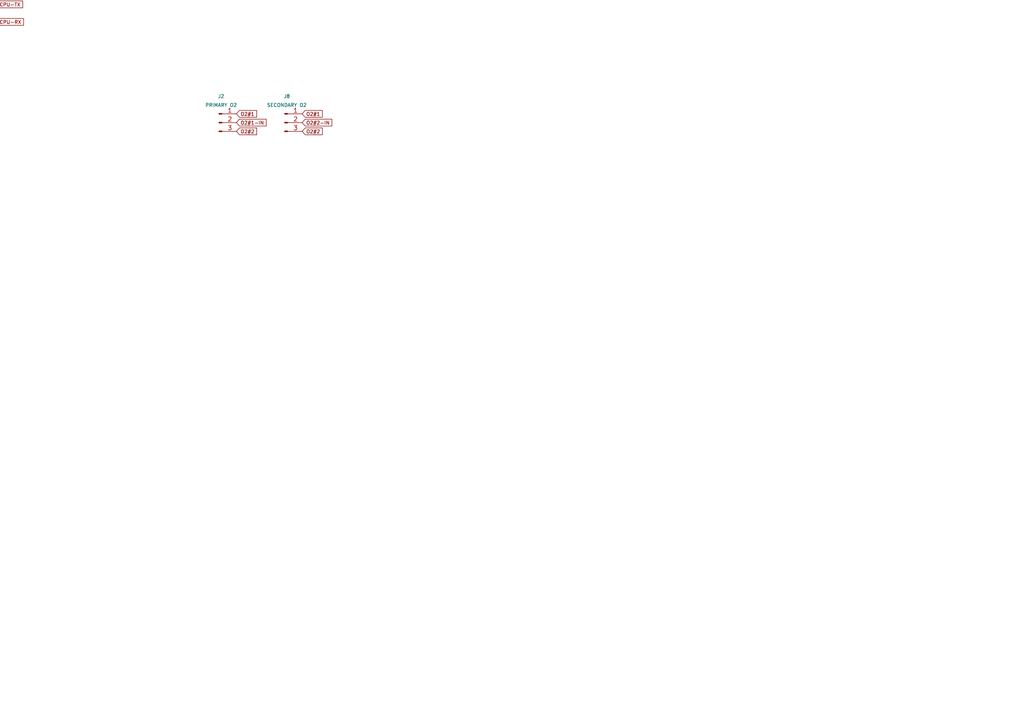
<source format=kicad_sch>
(kicad_sch (version 20231120) (generator "eeschema") (generator_version "8.0")
  (paper "A4")
  (junction (at -49.53 16.51))
  (junction (at -63.5 -76.2))
  (junction (at -73.66 233.68))
  (junction (at -63.5 -69.85))
  (junction (at -77.47 205.74))
  (junction (at -71.12 149.86))
  (junction (at -46.99 238.76))
  (junction (at -58.42 -69.85))
  (junction (at -66.04 233.68))
  (junction (at -63.5 -72.39))
  (junction (at -77.47 33.02))
  (wire (pts (xy -55.88 180.34) (xy -50.8 180.34)))
  (wire (pts (xy -59.69 -76.2) (xy -63.5 -76.2)))
  (wire (pts (xy -46.99 238.76) (xy -45.72 238.76)))
  (wire (pts (xy -46.99 241.3) (xy -34.29 241.3)))
  (wire (pts (xy -62.23 185.42) (xy -62.23 187.96)))
  (wire (pts (xy -68.58 1.27) (xy -78.74 1.27)))
  (wire (pts (xy -29.21 81.28) (xy -54.61 81.28)))
  (wire (pts (xy -63.5 208.28) (xy -50.8 208.28)))
  (wire (pts (xy -64.77 24.13) (xy -69.85 24.13)))
  (wire (pts (xy -77.47 73.66) (xy -49.53 73.66)))
  (wire (pts (xy -66.04 233.68) (xy -63.5 233.68)))
  (wire (pts (xy -60.96 -72.39) (xy -63.5 -72.39)))
  (wire (pts (xy -78.74 162.56) (xy -49.53 162.56)))
  (wire (pts (xy -54.61 -13.97) (xy -78.74 -13.97)))
  (wire (pts (xy -81.28 203.2) (xy -77.47 203.2)))
  (wire (pts (xy -67.31 149.86) (xy -71.12 149.86)))
  (wire (pts (xy -55.88 176.53) (xy -50.8 176.53)))
  (wire (pts (xy -69.85 256.54) (xy -78.74 256.54)))
  (wire (pts (xy -78.74 177.8) (xy -66.04 177.8)))
  (wire (pts (xy -49.53 1.27) (xy -58.42 1.27)))
  (wire (pts (xy -73.66 236.22) (xy -78.74 236.22)))
  (wire (pts (xy -49.53 6.35) (xy -58.42 6.35)))
  (wire (pts (xy -63.5 -76.2) (xy -67.31 -76.2)))
  (wire (pts (xy -78.74 149.86) (xy -71.12 149.86)))
  (wire (pts (xy -41.91 49.53) (xy -46.99 49.53)))
  (wire (pts (xy -38.1 210.82) (xy -60.96 210.82)))
  (wire (pts (xy -59.69 129.54) (xy -77.47 129.54)))
  (wire (pts (xy -80.01 -1.27) (xy -78.74 -1.27)))
  (wire (pts (xy -77.47 40.64) (xy -41.91 40.64)))
  (wire (pts (xy -77.47 116.84) (xy -54.61 116.84)))
  (wire (pts (xy -77.47 83.82) (xy -54.61 83.82)))
  (wire (pts (xy -63.5 226.06) (xy -41.91 226.06)))
  (wire (pts (xy -54.61 81.28) (xy -54.61 83.82)))
  (wire (pts (xy -78.74 190.5) (xy -45.72 190.5)))
  (wire (pts (xy -77.47 71.12) (xy -49.53 71.12)))
  (wire (pts (xy -39.37 91.44) (xy -77.47 91.44)))
  (wire (pts (xy -77.47 38.1) (xy -41.91 38.1)))
  (wire (pts (xy -69.85 21.59) (xy -78.74 21.59)))
  (wire (pts (xy -46.99 49.53) (xy -46.99 53.34)))
  (wire (pts (xy -66.04 231.14) (xy -66.04 233.68)))
  (wire (pts (xy -54.61 -19.05) (xy -78.74 -19.05)))
  (wire (pts (xy -38.1 212.09) (xy -38.1 210.82)))
  (wire (pts (xy -67.31 -74.93) (xy -78.74 -74.93)))
  (wire (pts (xy -58.42 -69.85) (xy -63.5 -69.85)))
  (wire (pts (xy -58.42 46.99) (xy -66.04 46.99)))
  (wire (pts (xy -78.74 -39.37) (xy -44.45 -39.37)))
  (wire (pts (xy -78.74 -41.91) (xy -44.45 -41.91)))
  (wire (pts (xy -39.37 59.69) (xy -44.45 59.69)))
  (wire (pts (xy -69.85 198.12) (xy -78.74 198.12)))
  (wire (pts (xy -78.74 6.35) (xy -68.58 6.35)))
  (wire (pts (xy -77.47 68.58) (xy -49.53 68.58)))
  (wire (pts (xy -64.77 78.74) (xy -77.47 78.74)))
  (wire (pts (xy -78.74 241.3) (xy -57.15 241.3)))
  (wire (pts (xy -67.31 132.08) (xy -77.47 132.08)))
  (wire (pts (xy -76.2 -26.67) (xy -78.74 -26.67)))
  (wire (pts (xy -77.47 53.34) (xy -46.99 53.34)))
  (wire (pts (xy -77.47 43.18) (xy -41.91 43.18)))
  (wire (pts (xy -72.39 -24.13) (xy -78.74 -24.13)))
  (wire (pts (xy -73.66 233.68) (xy -66.04 233.68)))
  (wire (pts (xy -78.74 -16.51) (xy -54.61 -16.51)))
  (wire (pts (xy -68.58 193.04) (xy -78.74 193.04)))
  (wire (pts (xy -77.47 63.5) (xy -49.53 63.5)))
  (wire (pts (xy -77.47 124.46) (xy -44.45 124.46)))
  (wire (pts (xy -67.31 99.06) (xy -77.47 99.06)))
  (wire (pts (xy -66.04 48.26) (xy -77.47 48.26)))
  (wire (pts (xy -44.45 55.88) (xy -77.47 55.88)))
  (wire (pts (xy -72.39 195.58) (xy -78.74 195.58)))
  (wire (pts (xy -50.8 205.74) (xy -50.8 208.28)))
  (wire (pts (xy -62.23 185.42) (xy -60.96 185.42)))
  (wire (pts (xy -78.74 3.81) (xy -68.58 3.81)))
  (wire (pts (xy -71.12 200.66) (xy -78.74 200.66)))
  (wire (pts (xy -39.37 86.36) (xy -39.37 91.44)))
  (wire (pts (xy -78.74 238.76) (xy -46.99 238.76)))
  (wire (pts (xy -71.12 139.7) (xy -77.47 139.7)))
  (wire (pts (xy -63.5 226.06) (xy -63.5 233.68)))
  (wire (pts (xy -63.5 -72.39) (xy -63.5 -69.85)))
  (wire (pts (xy -78.74 -46.99) (xy -44.45 -46.99)))
  (wire (pts (xy -78.74 8.89) (xy -68.58 8.89)))
  (wire (pts (xy -71.12 254) (xy -78.74 254)))
  (wire (pts (xy -78.74 -36.83) (xy -44.45 -36.83)))
  (wire (pts (xy -62.23 96.52) (xy -77.47 96.52)))
  (wire (pts (xy -21.59 205.74) (xy -50.8 205.74)))
  (wire (pts (xy -68.58 109.22) (xy -77.47 109.22)))
  (wire (pts (xy -52.07 160.02) (xy -78.74 160.02)))
  (wire (pts (xy -71.12 137.16) (xy -77.47 137.16)))
  (wire (pts (xy -66.04 177.8) (xy -66.04 176.53)))
  (wire (pts (xy -68.58 246.38) (xy -78.74 246.38)))
  (wire (pts (xy -62.23 187.96) (xy -78.74 187.96)))
  (wire (pts (xy -60.96 213.36) (xy -55.88 213.36)))
  (wire (pts (xy -67.31 -29.21) (xy -78.74 -29.21)))
  (wire (pts (xy -76.2 -21.59) (xy -78.74 -21.59)))
  (wire (pts (xy -49.53 13.97) (xy -49.53 16.51)))
  (wire (pts (xy -67.31 -76.2) (xy -67.31 -74.93)))
  (wire (pts (xy -63.5 -69.85) (xy -78.74 -69.85)))
  (wire (pts (xy -78.74 -34.29) (xy -44.45 -34.29)))
  (wire (pts (xy -78.74 -77.47) (xy -77.47 -77.47)))
  (wire (pts (xy -71.12 210.82) (xy -78.74 210.82)))
  (wire (pts (xy -78.74 152.4) (xy -60.96 152.4)))
  (wire (pts (xy -69.85 248.92) (xy -78.74 248.92)))
  (wire (pts (xy -21.59 207.01) (xy -21.59 205.74)))
  (wire (pts (xy -71.12 213.36) (xy -78.74 213.36)))
  (wire (pts (xy -78.74 19.05) (xy -63.5 19.05)))
  (wire (pts (xy -77.47 66.04) (xy -49.53 66.04)))
  (wire (pts (xy -78.74 -80.01) (xy -62.23 -80.01)))
  (wire (pts (xy -77.47 205.74) (xy -71.12 205.74)))
  (wire (pts (xy -58.42 -68.58) (xy -58.42 -69.85)))
  (wire (pts (xy -73.66 233.68) (xy -73.66 236.22)))
  (wire (pts (xy -73.66 233.68) (xy -78.74 233.68)))
  (wire (pts (xy -69.85 24.13) (xy -69.85 21.59)))
  (wire (pts (xy -49.53 8.89) (xy -58.42 8.89)))
  (wire (pts (xy -78.74 157.48) (xy -66.04 157.48)))
  (wire (pts (xy -77.47 203.2) (xy -77.47 205.74)))
  (wire (pts (xy -46.99 231.14) (xy -46.99 238.76)))
  (wire (pts (xy -63.5 -72.39) (xy -78.74 -72.39)))
  (wire (pts (xy -62.23 101.6) (xy -77.47 101.6)))
  (wire (pts (xy -60.96 -8.89) (xy -78.74 -8.89)))
  (wire (pts (xy -77.47 205.74) (xy -78.74 205.74)))
  (wire (pts (xy -77.47 76.2) (xy -49.53 76.2)))
  (wire (pts (xy -73.66 208.28) (xy -78.74 208.28)))
  (wire (pts (xy -78.74 16.51) (xy -49.53 16.51)))
  (wire (pts (xy -66.04 46.99) (xy -66.04 48.26)))
  (wire (pts (xy -49.53 3.81) (xy -58.42 3.81)))
  (wire (pts (xy -71.12 35.56) (xy -77.47 35.56)))
  (wire (pts (xy -72.39 251.46) (xy -78.74 251.46)))
  (wire (pts (xy -63.5 -76.2) (xy -63.5 -72.39)))
  (wire (pts (xy -62.23 93.98) (xy -77.47 93.98)))
  (wire (pts (xy -44.45 59.69) (xy -44.45 55.88)))
  (wire (pts (xy -78.74 -44.45) (xy -44.45 -44.45)))
  (wire (pts (xy -31.75 212.09) (xy -38.1 212.09)))
  (wire (pts (xy -78.74 180.34) (xy -66.04 180.34)))
  (wire (pts (xy -49.53 16.51) (xy -39.37 16.51)))
  (wire (pts (xy -17.78 207.01) (xy -21.59 207.01)))
  (wire (pts (xy -58.42 50.8) (xy -77.47 50.8)))
  (label "TR2" (at -73.66 248.92 0) (effects (font (size 1 1))))
  (label "CAM2" (at -66.04 -19.05 180) (effects (font (size 1 1))))
  (label "IDLE2B" (at -71.12 8.89 0) (effects (font (size 1 1))))
  (label "MAIN RELAY" (at -77.47 213.36 0) (effects (font (size 1 1))))
  (label "starter" (at -69.85 132.08 0) (effects (font (size 1 1))))
  (label "OUT_INJ4" (at -52.07 -41.91 180) (effects (font (size 1 1))))
  (label "evap" (at -60.96 124.46 0) (effects (font (size 1 1))))
  (label "OUT_INJ1" (at -52.07 -34.29 180) (effects (font (size 1 1))))
  (label "IDLE1B" (at -71.12 6.35 0) (effects (font (size 1 1))))
  (label "tps idle" (at -74.93 96.52 0) (effects (font (size 1 1))))
  (label "OUT_INJ2" (at -52.07 -36.83 180) (effects (font (size 1 1))))
  (label "neutral" (at -68.58 129.54 0) (effects (font (size 1 1))))
  (label "KNOCK2" (at -67.31 53.34 0))
  (label "CAM1" (at -63.5 -16.51 180) (effects (font (size 1 1))))
  (label "o2 htr" (at -64.77 116.84 0) (effects (font (size 1 1))))
  (label "CRANK" (at -63.5 -13.97 180) (effects (font (size 1 1))))
  (label "C_Engine_Light" (at -71.12 162.56 180) (effects (font (size 1 1))))
  (label "TE1" (at -74.93 200.66 0) (effects (font (size 1 1))))
  (label "vfb" (at -68.58 -8.89 0) (effects (font (size 1 1))))
  (label "OUT_INJ5" (at -52.07 -44.45 180) (effects (font (size 1 1))))
  (label "ecu ground" (at -74.93 109.22 0) (effects (font (size 1 1))))
  (label "speed sensor" (at -69.85 152.4 0) (effects (font (size 1 1))))
  (label "TT" (at -73.66 193.04 0) (effects (font (size 1 1))))
  (label "maf ground" (at -74.93 99.06 0) (effects (font (size 1 1))))
  (label "AC_RELAY" (at -77.47 210.82 0) (effects (font (size 1 1))))
  (label "IN_MAP" (at -44.45 91.44 180) (effects (font (size 1 1))))
  (label "AC RELAY" (at -41.91 210.82 180) (effects (font (size 1 1))))
  (label "IN_CLT" (at -44.45 40.64 180) (effects (font (size 1 1))))
  (label "C_CAN_H" (at -72.39 180.34 0) (effects (font (size 1 1))))
  (label "OUT_INJ6" (at -52.07 -46.99 180) (effects (font (size 1 1))))
  (label "EGT WARN" (at -66.04 160.02 0) (effects (font (size 1 1))))
  (label "KNOCK1" (at -66.04 55.88 0))
  (label "stoplight" (at -71.12 157.48 0) (effects (font (size 1 1))))
  (label "FUELPUMPDIAG" (at -81.28 203.2 0) (effects (font (size 1 1))))
  (label "C_MAF" (at -69.85 101.6 0) (effects (font (size 1 1))))
  (label "ELECTRICAL LOAD" (at -77.47 187.96 0) (effects (font (size 1 1))))
  (label "IN_TPS1" (at -44.45 38.1 180) (effects (font (size 1 1))))
  (label "IDLE2A" (at -71.12 3.81 0) (effects (font (size 1 1))))
  (label "OUT_INJ3" (at -52.07 -39.37 180) (effects (font (size 1 1))))
  (label "speed sensor2" (at -71.12 -80.01 0) (effects (font (size 1 1))))
  (label "VT02" (at -74.93 254 0) (effects (font (size 1 1))))
  (label "VT01" (at -74.93 256.54 0) (effects (font (size 1 1))))
  (label "NEO" (at -74.93 251.46 0) (effects (font (size 1 1))))
  (label "C_CAN_L" (at -72.39 177.8 0) (effects (font (size 1 1))))
  (label "FUELPUMP" (at -78.74 208.28 0) (effects (font (size 1 1))))
  (label "TE2" (at -72.39 198.12 0) (effects (font (size 1 1))))
  (label "IDLE1A" (at -71.12 1.27 0) (effects (font (size 1 1))))
  (label "tps_idle2" (at -74.93 93.98 0) (effects (font (size 1 1))))
  (label "Wastegate_Control" (at -55.88 83.82 180) (effects (font (size 1 1))))
  (label "IN_IAT" (at -45.72 43.18 180) (effects (font (size 1 1))))
  (label "C_Intake_Bypass_VSV1" (at -69.85 24.13 180) (effects (font (size 1 1))))
  (label "AC_REQUEST" (at -67.31 241.3 0) (effects (font (size 1 1))))
  (label "C_TPS2" (at -74.93 35.56 0) (effects (font (size 1 1))))
  (label "TACHO " (at -49.53 190.5 180) (effects (font (size 1 1))))
  (label "sp2+" (at -77.47 -24.13 0) (effects (font (size 1 1))))
  (label "IGF" (at -72.39 78.74 0) (effects (font (size 1 1))))
  (global_label "IGN5-OUT" (shape output) (at -49.53 66.04 0) (effects (font (size 1 1))) (property "Intersheetrefs" "${INTERSHEET_REFS}" (effects (hide yes))))
  (global_label "PRIMARY-CPU-RX" (shape input) (at -8.89 6.35 0) (effects (font (size 1 1))) (property "Intersheetrefs" "${INTERSHEET_REFS}" (effects (hide yes))))
  (global_label "INJ1-OUT" (shape output) (at -44.45 -34.29 0) (effects (font (size 1 1))) (property "Intersheetrefs" "${INTERSHEET_REFS}" (effects (hide yes))))
  (global_label "CAN_L" (shape input) (at -50.8 176.53 0) (effects (font (size 1 1))) (property "Intersheetrefs" "${INTERSHEET_REFS}" (effects (hide yes))))
  (global_label "TACHO-OUT" (shape output) (at -45.72 190.5 0) (effects (font (size 1 1))) (property "Intersheetrefs" "${INTERSHEET_REFS}" (effects (hide yes))))
  (global_label "IGN4-OUT" (shape output) (at -49.53 68.58 0) (effects (font (size 1 1))) (property "Intersheetrefs" "${INTERSHEET_REFS}" (effects (hide yes))))
  (global_label "VR_NEG" (shape input) (at -58.42 -68.58 270) (effects (font (size 1 1))) (property "Intersheetrefs" "${INTERSHEET_REFS}" (effects (hide yes))))
  (global_label "IGN2-OUT" (shape output) (at -49.53 73.66 0) (effects (font (size 1 1))) (property "Intersheetrefs" "${INTERSHEET_REFS}" (effects (hide yes))))
  (global_label "BOOST-OUT" (shape output) (at -29.21 81.28 0) (effects (font (size 1 1))) (property "Intersheetrefs" "${INTERSHEET_REFS}" (effects (hide yes))))
  (global_label "O2#2-IN" (shape input) (at 87.63 35.56 0) (effects (font (size 1 1))) (property "Intersheetrefs" "${INTERSHEET_REFS}" (effects (hide yes))))
  (global_label "CLT-IN" (shape input) (at -41.91 40.64 0) (effects (font (size 1 1))) (property "Intersheetrefs" "${INTERSHEET_REFS}" (effects (hide yes))))
  (global_label "PRIMARY-CPU-TX" (shape input) (at -8.89 1.27 0) (effects (font (size 1 1))) (property "Intersheetrefs" "${INTERSHEET_REFS}" (effects (hide yes))))
  (global_label "O2#1" (shape input) (at 87.63 33.02 0) (effects (font (size 1 1))) (property "Intersheetrefs" "${INTERSHEET_REFS}" (effects (hide yes))))
  (global_label "O2#1-IN" (shape input) (at 68.58 35.56 0) (effects (font (size 1 1))) (property "Intersheetrefs" "${INTERSHEET_REFS}" (effects (hide yes))))
  (global_label "VSV3" (shape input) (at -49.53 13.97 180) (effects (font (size 1 1))) (property "Intersheetrefs" "${INTERSHEET_REFS}" (effects (hide yes))))
  (global_label "IGN6-OUT" (shape output) (at -49.53 63.5 0) (effects (font (size 1 1))) (property "Intersheetrefs" "${INTERSHEET_REFS}" (effects (hide yes))))
  (global_label "INJ3-OUT" (shape output) (at -44.45 -39.37 0) (effects (font (size 1 1))) (property "Intersheetrefs" "${INTERSHEET_REFS}" (effects (hide yes))))
  (global_label "AC_RELAY_OUT" (shape input) (at -31.75 212.09 0) (effects (font (size 1 1))) (property "Intersheetrefs" "${INTERSHEET_REFS}" (effects (hide yes))))
  (global_label "+12V" (shape input) (at -31.75 226.06 0) (property "Intersheetrefs" "${INTERSHEET_REFS}" (effects (hide yes))))
  (global_label "SECONDARY-CPU-TX" (shape input) (at -21.59 29.21 0) (effects (font (size 1 1))) (property "Intersheetrefs" "${INTERSHEET_REFS}" (effects (hide yes))))
  (global_label "IAC_COIL1_A" (shape output) (at -49.53 1.27 0) (effects (font (size 1 1))) (property "Intersheetrefs" "${INTERSHEET_REFS}" (effects (hide yes))))
  (global_label "CRANK" (shape input) (at -54.61 -13.97 0) (effects (font (size 1 1))) (property "Intersheetrefs" "${INTERSHEET_REFS}" (effects (hide yes))))
  (global_label "TPS-IN" (shape input) (at -41.91 38.1 0) (effects (font (size 1 1))) (property "Intersheetrefs" "${INTERSHEET_REFS}" (effects (hide yes))))
  (global_label "IAT-IN" (shape input) (at -41.91 43.18 0) (effects (font (size 1 1))) (property "Intersheetrefs" "${INTERSHEET_REFS}" (effects (hide yes))))
  (global_label "FUELP-OUT" (shape output) (at -17.78 207.01 0) (effects (font (size 1 1))) (property "Intersheetrefs" "${INTERSHEET_REFS}" (effects (hide yes))))
  (global_label "O2#2" (shape input) (at 87.63 38.1 0) (effects (font (size 1 1))) (property "Intersheetrefs" "${INTERSHEET_REFS}" (effects (hide yes))))
  (global_label "AC_REQUEST_IN" (shape input) (at -34.29 241.3 0) (effects (font (size 1 1))) (property "Intersheetrefs" "${INTERSHEET_REFS}" (effects (hide yes))))
  (global_label "MAP-IN" (shape input) (at -39.37 86.36 0) (effects (font (size 1 1))) (property "Intersheetrefs" "${INTERSHEET_REFS}" (effects (hide yes))))
  (global_label "IAC_COIL2_B" (shape output) (at -49.53 8.89 0) (effects (font (size 1 1))) (property "Intersheetrefs" "${INTERSHEET_REFS}" (effects (hide yes))))
  (global_label "INJ4-OUT" (shape output) (at -44.45 -41.91 0) (effects (font (size 1 1))) (property "Intersheetrefs" "${INTERSHEET_REFS}" (effects (hide yes))))
  (global_label "O2#1" (shape input) (at 68.58 33.02 0) (effects (font (size 1 1))) (property "Intersheetrefs" "${INTERSHEET_REFS}" (effects (hide yes))))
  (global_label "CAN_H" (shape input) (at -50.8 180.34 0) (effects (font (size 1 1))) (property "Intersheetrefs" "${INTERSHEET_REFS}" (effects (hide yes))))
  (global_label "CAM_REAR" (shape input) (at -54.61 -19.05 0) (effects (font (size 1 1))) (property "Intersheetrefs" "${INTERSHEET_REFS}" (effects (hide yes))))
  (global_label "+12V_RAW" (shape input) (at -66.04 231.14 90) (effects (font (size 1 1))) (property "Intersheetrefs" "${INTERSHEET_REFS}" (effects (hide yes))))
  (global_label "O2#2" (shape input) (at 68.58 38.1 0) (effects (font (size 1 1))) (property "Intersheetrefs" "${INTERSHEET_REFS}" (effects (hide yes))))
  (global_label "BATTERY_POWER" (shape input) (at -46.99 231.14 0) (effects (font (size 1 1))) (property "Intersheetrefs" "${INTERSHEET_REFS}" (effects (hide yes))))
  (global_label "INJ2-OUT" (shape output) (at -44.45 -36.83 0) (effects (font (size 1 1))) (property "Intersheetrefs" "${INTERSHEET_REFS}" (effects (hide yes))))
  (global_label "IAC_COIL1_B" (shape output) (at -49.53 6.35 0) (effects (font (size 1 1))) (property "Intersheetrefs" "${INTERSHEET_REFS}" (effects (hide yes))))
  (global_label "CAM_FRONT" (shape input) (at -54.61 -16.51 0) (effects (font (size 1 1))) (property "Intersheetrefs" "${INTERSHEET_REFS}" (effects (hide yes))))
  (global_label "VSV2" (shape input) (at -66.04 19.05 90) (effects (font (size 1 1))) (property "Intersheetrefs" "${INTERSHEET_REFS}" (effects (hide yes))))
  (global_label "INJ6-OUT" (shape output) (at -44.45 -46.99 0) (effects (font (size 1 1))) (property "Intersheetrefs" "${INTERSHEET_REFS}" (effects (hide yes))))
  (global_label "O2#1" (shape input) (at -58.42 50.8 0) (effects (font (size 1 1))) (property "Intersheetrefs" "${INTERSHEET_REFS}" (effects (hide yes))))
  (global_label "IN_VIGN" (shape input) (at -67.31 149.86 0) (effects (font (size 1 1))) (property "Intersheetrefs" "${INTERSHEET_REFS}" (effects (hide yes))))
  (global_label "O2#2" (shape input) (at -58.42 46.99 0) (effects (font (size 1 1))) (property "Intersheetrefs" "${INTERSHEET_REFS}" (effects (hide yes))))
  (global_label "IGN1-OUT" (shape output) (at -49.53 76.2 0) (effects (font (size 1 1))) (property "Intersheetrefs" "${INTERSHEET_REFS}" (effects (hide yes))))
  (global_label "IN_VIGN" (shape input) (at -55.88 213.36 0) (effects (font (size 1 1))) (property "Intersheetrefs" "${INTERSHEET_REFS}" (effects (hide yes))))
  (global_label "INJ5-OUT" (shape output) (at -44.45 -44.45 0) (effects (font (size 1 1))) (property "Intersheetrefs" "${INTERSHEET_REFS}" (effects (hide yes))))
  (global_label "SECONDARY-CPU-RX" (shape input) (at -21.59 34.29 0) (effects (font (size 1 1))) (property "Intersheetrefs" "${INTERSHEET_REFS}" (effects (hide yes))))
  (global_label "IGN3-OUT" (shape output) (at -49.53 71.12 0) (effects (font (size 1 1))) (property "Intersheetrefs" "${INTERSHEET_REFS}" (effects (hide yes))))
  (global_label "IAC_COIL2_A" (shape output) (at -49.53 3.81 0) (effects (font (size 1 1))) (property "Intersheetrefs" "${INTERSHEET_REFS}" (effects (hide yes))))
  (symbol (lib_id "misc:Pad") (at -53.34 -69.85 0) (unit 1) (in_bom no) (on_board no)
    (property "Reference" "P69" (at -50.8 -69.85 0) (effects (font (size 1 1)) (justify left)))
    (property "Value" "CRANK POS NE-" (at -40.64 -69.596 0) (effects (font (size 1 1))))
    (property "Footprint" "TestPoint:TestPoint_THTPad_1.5x1.5mm_Drill0.7mm" (effects (hide yes)))
    (property "Rot" "0" (effects (hide yes)))
  )
  (symbol (lib_id "misc:Pad") (at -73.66 -6.35 0) (unit 1) (in_bom no) (on_board no)
    (property "Reference" "P13" (at -71.0749 -6.8914 0) (effects (font (size 1 1)) (justify left)))
    (property "Value" "Pad" (effects (hide yes)))
    (property "Footprint" "TestPoint:TestPoint_THTPad_1.5x1.5mm_Drill0.7mm" (effects (hide yes)))
    (property "Rot" "0" (effects (hide yes)))
  )
  (symbol (lib_id "misc:Pad") (at -67.31 -24.13 0) (unit 1) (in_bom no)
    (property "Reference" "P45" (at -64.7249 -24.6714 0) (effects (font (size 1 1)) (justify left)))
    (property "Value" "SP2+" (at -59.69 -24.13 0) (effects (font (size 1 1))))
    (property "Footprint" "TestPoint:TestPoint_THTPad_1.5x1.5mm_Drill0.7mm" (effects (hide yes)))
    (property "Rot" "0" (effects (hide yes)))
  )
  (symbol (lib_id "Connector:Conn_01x03_Pin") (at 63.5 35.56 0) (unit 1) (in_bom no)
    (property "Reference" "J2" (at 64.135 27.94 0) (effects (font (size 1 1))))
    (property "Value" "PRIMARY O2" (at 64.135 30.48 0) (effects (font (size 1 1))))
    (property "Footprint" "Connector_PinHeader_2.54mm:PinHeader_1x03_P2.54mm_Vertical" (effects (hide yes)))
    (property "Rot" "0" (effects (hide yes)))
    (property "label1" "#1" (effects (hide yes)))
    (property "label2" "#2" (effects (hide yes)))
  )
  (symbol (lib_id "misc:Pad") (at -44.45 162.56 0) (unit 1) (in_bom no)
    (property "Reference" "P85" (at -41.8649 162.0186 0) (effects (font (size 1 1)) (justify left)))
    (property "Value" "CEL" (at -35.814 164.084 0) (effects (font (size 1 1))))
    (property "Footprint" "TestPoint:TestPoint_THTPad_1.5x1.5mm_Drill0.7mm" (effects (hide yes)))
    (property "Rot" "0" (effects (hide yes)))
  )
  (symbol (lib_id "misc:Pad") (at -73.66 182.88 0) (unit 1) (in_bom no) (on_board no)
    (property "Reference" "P21" (at -71.0749 182.3386 0) (effects (font (size 1 1)) (justify left)))
    (property "Value" "Pad" (effects (hide yes)))
    (property "Footprint" "TestPoint:TestPoint_THTPad_1.5x1.5mm_Drill0.7mm" (effects (hide yes)))
    (property "Rot" "0" (effects (hide yes)))
  )
  (symbol (lib_id "misc:Pad") (at -72.39 81.28 0) (unit 1) (in_bom no) (on_board no)
    (property "Reference" "P32" (at -69.8049 80.7386 0) (effects (font (size 1 1)) (justify left)))
    (property "Value" "Pad" (effects (hide yes)))
    (property "Footprint" "TestPoint:TestPoint_THTPad_1.5x1.5mm_Drill0.7mm" (effects (hide yes)))
    (property "Rot" "0" (effects (hide yes)))
  )
  (symbol (lib_id "misc:Pad") (at -26.67 34.29 180) (unit 1) (in_bom no)
    (property "Reference" "P116" (at -29.2551 34.8314 0) (effects (font (size 1 1)) (justify left)))
    (property "Value" "SEC RX" (at -32.258 32.512 0) (effects (font (size 1 1))))
    (property "Footprint" "TestPoint:TestPoint_THTPad_1.5x1.5mm_Drill0.7mm" (effects (hide yes)))
    (property "Rot" "0" (effects (hide yes)))
  )
  (symbol (lib_id "easyeda2kicad:BSMD1812-110-33V") (at -36.83 226.06 0) (unit 1)
    (property "Reference" "F1" (at -38.1 220.98 0))
    (property "Value" "BSMD1812-110-33V" (at -35.56 217.17 0))
    (property "Footprint" "easyeda2kicad:F1812" (effects (hide yes)))
    (property "Datasheet" "https://lcsc.com/product-detail/PTC-Resettable-Fuses_BHFUSE-BSMD1812-110-33V_C883150.html" (effects (hide yes)))
    (property "LCSC Part" "C883150" (effects (hide yes)))
  )
  (symbol (lib_id "misc:Pad") (at -72.39 104.14 0) (unit 1) (in_bom no) (on_board no)
    (property "Reference" "P34" (at -69.8049 103.5986 0) (effects (font (size 1 1)) (justify left)))
    (property "Value" "Pad" (effects (hide yes)))
    (property "Footprint" "TestPoint:TestPoint_THTPad_1.5x1.5mm_Drill0.7mm" (effects (hide yes)))
    (property "Rot" "0" (effects (hide yes)))
  )
  (symbol (lib_id "misc:Pad") (at -39.37 124.46 0) (unit 1) (in_bom no)
    (property "Reference" "P73" (at -36.7849 123.9186 0) (effects (font (size 1 1)) (justify left)))
    (property "Value" "EVAP" (at -39.37 121.92 0) (effects (font (size 1 1))))
    (property "Footprint" "TestPoint:TestPoint_THTPad_1.5x1.5mm_Drill0.7mm" (effects (hide yes)))
    (property "Rot" "0" (effects (hide yes)))
  )
  (symbol (lib_id "TE-1-178405-6:1-178405-6") (at -78.74 149.86 0) (mirror y) (unit 3) (in_bom no)
    (property "Reference" "J6" (at -86.995 144.145 0) (effects (font (size 1 1))))
    (property "Value" "1-178405-6" (at -86.995 146.685 0) (effects (font (size 1 1))))
    (property "Footprint" "rusefi_lib_private:TE-1-178405-6" (effects (hide yes)))
    (property "Datasheet" "https://www.te.com/usa-en/product-1-178405-6.html" (effects (hide yes)))
    (property "Rot" "0" (effects (hide yes)))
  )
  (symbol (lib_id "misc:Pad") (at -73.66 215.9 0) (unit 1) (in_bom no) (on_board no)
    (property "Reference" "P23" (at -71.0749 215.3586 0) (effects (font (size 1 1)) (justify left)))
    (property "Value" "Pad" (effects (hide yes)))
    (property "Footprint" "TestPoint:TestPoint_THTPad_1.5x1.5mm_Drill0.7mm" (effects (hide yes)))
    (property "Rot" "0" (effects (hide yes)))
  )
  (symbol (lib_id "misc:Pad") (at -73.66 13.97 0) (unit 1) (in_bom no) (on_board no)
    (property "Reference" "P15" (at -71.0749 13.4286 0) (effects (font (size 1 1)) (justify left)))
    (property "Value" "Pad" (effects (hide yes)))
    (property "Footprint" "TestPoint:TestPoint_THTPad_1.5x1.5mm_Drill0.7mm" (effects (hide yes)))
    (property "Rot" "0" (effects (hide yes)))
  )
  (symbol (lib_id "misc:Pad") (at -54.61 -76.2 0) (unit 1) (in_bom no) (on_board no)
    (property "Reference" "P67" (at -52.07 -76.2 0) (effects (font (size 1 1)) (justify left)))
    (property "Value" "CAM POS G2-" (at -43.434 -76.2 0) (effects (font (size 1 1))))
    (property "Footprint" "TestPoint:TestPoint_THTPad_1.5x1.5mm_Drill0.7mm" (effects (hide yes)))
    (property "Rot" "0" (effects (hide yes)))
  )
  (symbol (lib_id "misc:Pad") (at -73.66 -11.43 0) (unit 1) (in_bom no) (on_board no)
    (property "Reference" "P12" (at -71.1775 -11.7334 0) (effects (font (size 1 1)) (justify left)))
    (property "Value" "Pad" (effects (hide yes)))
    (property "Footprint" "TestPoint:TestPoint_THTPad_1.5x1.5mm_Drill0.7mm" (effects (hide yes)))
    (property "Rot" "0" (effects (hide yes)))
  )
  (symbol (lib_id "misc:Pad") (at -73.66 -49.53 0) (unit 1) (in_bom no) (on_board no)
    (property "Reference" "P11" (at -71.0749 -50.0714 0) (effects (font (size 1 1)) (justify left)))
    (property "Value" "Pad" (effects (hide yes)))
    (property "Footprint" "TestPoint:TestPoint_THTPad_1.5x1.5mm_Drill0.7mm" (effects (hide yes)))
    (property "Rot" "0" (effects (hide yes)))
  )
  (symbol (lib_id "misc:Pad") (at -58.42 19.05 0) (unit 1) (in_bom no)
    (property "Reference" "P62" (at -55.8261 18.719 0) (effects (font (size 1 1)) (justify left)))
    (property "Value" "Exhaust Gas VSV2" (at -34.29 19.05 0) (effects (font (size 1 1))))
    (property "Footprint" "TestPoint:TestPoint_THTPad_1.5x1.5mm_Drill0.7mm" (effects (hide yes)))
    (property "Rot" "0" (effects (hide yes)))
  )
  (symbol (lib_id "power:GND") (at -67.31 99.06 90) (mirror x) (unit 1)
    (property "Reference" "#PWR027" (effects (hide yes)))
    (property "Value" "GND" (at -63.5 99.06 90) (effects (font (size 1 1)) (justify right)))
  )
  (symbol (lib_id "misc:Pad") (at -67.31 195.58 0) (unit 1) (in_bom no) (on_board no)
    (property "Reference" "P46" (at -64.7249 195.0386 0) (effects (font (size 1 1)) (justify left)))
    (property "Value" "NORMAL/POWER AT" (at -68.58 194.31 0) (effects (font (size 1 1))))
    (property "Footprint" "TestPoint:TestPoint_THTPad_1.5x1.5mm_Drill0.7mm" (effects (hide yes)))
    (property "Rot" "0" (effects (hide yes)))
  )
  (symbol (lib_id "power:GND") (at -68.58 109.22 90) (mirror x) (unit 1)
    (property "Reference" "#PWR026" (effects (hide yes)))
    (property "Value" "GND" (at -64.77 109.22 90) (effects (font (size 1 1)) (justify right)))
  )
  (symbol (lib_id "misc:Pad") (at -64.77 248.92 0) (unit 1) (in_bom no)
    (property "Reference" "P52" (at -62.23 248.92 0) (effects (font (size 1 1)) (justify left)))
    (property "Value" "TR2" (at -54.61 248.92 0) (effects (font (size 1 1))))
    (property "Footprint" "TestPoint:TestPoint_THTPad_1.5x1.5mm_Drill0.7mm" (effects (hide yes)))
    (property "Rot" "0" (effects (hide yes)))
  )
  (symbol (lib_id "misc:Pad") (at -13.97 6.35 180) (unit 1) (in_bom no)
    (property "Reference" "P118" (at -16.5551 6.8914 0) (effects (font (size 1 1)) (justify left)))
    (property "Value" "PRI RX" (at -19.558 4.572 0) (effects (font (size 1 1))))
    (property "Footprint" "TestPoint:TestPoint_THTPad_1.5x1.5mm_Drill0.7mm" (effects (hide yes)))
    (property "Rot" "0" (effects (hide yes)))
  )
  (symbol (lib_id "misc:Pad") (at -73.66 -82.55 0) (unit 1) (in_bom no) (on_board no)
    (property "Reference" "P4" (at -71.0749 -83.0914 0) (effects (font (size 1 1)) (justify left)))
    (property "Value" "Pad" (effects (hide yes)))
    (property "Footprint" "TestPoint:TestPoint_THTPad_1.5x1.5mm_Drill0.7mm" (effects (hide yes)))
    (property "Rot" "0" (effects (hide yes)))
  )
  (symbol (lib_id "misc:Pad") (at -64.77 198.12 0) (unit 1) (in_bom no)
    (property "Reference" "P51" (at -62.1849 197.5786 0) (effects (font (size 1 1)) (justify left)))
    (property "Value" "TE2" (at -52.07 198.12 0) (effects (font (size 1 1))))
    (property "Footprint" "TestPoint:TestPoint_THTPad_1.5x1.5mm_Drill0.7mm" (effects (hide yes)))
    (property "Rot" "0" (effects (hide yes)))
  )
  (symbol (lib_id "misc:Jumper-Pad-Pad") (at -52.07 241.3 0) (unit 1) (in_bom no)
    (property "Reference" "JR14" (at -45.466 240.284 0) (effects (font (size 1 1))))
    (property "Value" "AC_REQUEST" (effects (hide yes)))
    (property "Footprint" "kicad6-libraries:PAD-0805-PAD" (effects (hide yes)))
    (property "LCSC" "C17477" (effects (hide yes)))
    (property "Rot" "0" (effects (hide yes)))
  )
  (symbol (lib_id "misc:Pad") (at -66.04 200.66 0) (unit 1) (in_bom no)
    (property "Reference" "P48" (at -63.4549 200.1186 0) (effects (font (size 1 1)) (justify left)))
    (property "Value" "TE1" (at -57.15 200.66 0) (effects (font (size 1 1))))
    (property "Footprint" "TestPoint:TestPoint_THTPad_1.5x1.5mm_Drill0.7mm" (effects (hide yes)))
    (property "Rot" "0" (effects (hide yes)))
  )
  (symbol (lib_id "misc:Pad") (at -66.04 205.74 0) (unit 1) (in_bom no)
    (property "Reference" "P49" (at -63.4549 205.1986 0) (effects (font (size 1 1)) (justify left)))
    (property "Value" "FPDIAG" (at -66.04 203.2 0) (effects (font (size 1 1))))
    (property "Footprint" "TestPoint:TestPoint_THTPad_1.5x1.5mm_Drill0.7mm" (effects (hide yes)))
    (property "Rot" "0" (effects (hide yes)))
  )
  (symbol (lib_id "misc:Pad") (at -55.88 152.4 0) (unit 1) (in_bom no)
    (property "Reference" "P66" (at -53.2949 151.8586 0) (effects (font (size 1 1)) (justify left)))
    (property "Value" "SPD SNS" (at -49.53 153.67 0) (effects (font (size 1 1))))
    (property "Footprint" "TestPoint:TestPoint_THTPad_1.5x1.5mm_Drill0.7mm" (effects (hide yes)))
    (property "Rot" "0" (effects (hide yes)))
  )
  (symbol (lib_id "misc:Pad") (at -71.12 -21.59 0) (unit 1) (in_bom no) (on_board no)
    (property "Reference" "P42" (at -68.6088 -22.0634 0) (effects (font (size 1 1)) (justify left)))
    (property "Value" "ATOILTEMP" (at -59.69 -22.86 0) (effects (font (size 1 1))))
    (property "Footprint" "TestPoint:TestPoint_THTPad_1.5x1.5mm_Drill0.7mm" (effects (hide yes)))
    (property "Rot" "0" (effects (hide yes)))
  )
  (symbol (lib_id "power:+5VP") (at -77.47 33.02 270) (unit 1)
    (property "Reference" "#PWR04" (effects (hide yes)))
    (property "Value" "+5VP" (at -73.66 31.75 90) (effects (font (size 1 1)) (justify left)))
  )
  (symbol (lib_id "misc:Pad") (at -13.97 1.27 180) (unit 1) (in_bom no)
    (property "Reference" "P117" (at -16.5551 1.8114 0) (effects (font (size 1 1)) (justify left)))
    (property "Value" "PRI TX" (at -19.558 -0.508 0) (effects (font (size 1 1))))
    (property "Footprint" "TestPoint:TestPoint_THTPad_1.5x1.5mm_Drill0.7mm" (effects (hide yes)))
    (property "Rot" "0" (effects (hide yes)))
  )
  (symbol (lib_id "misc:Pad") (at -73.66 170.18 0) (unit 1) (in_bom no) (on_board no)
    (property "Reference" "P19" (at -71.0749 169.6386 0) (effects (font (size 1 1)) (justify left)))
    (property "Value" "Pad" (effects (hide yes)))
    (property "Footprint" "TestPoint:TestPoint_THTPad_1.5x1.5mm_Drill0.7mm" (effects (hide yes)))
    (property "Rot" "0" (effects (hide yes)))
  )
  (symbol (lib_id "misc:Pad") (at -73.66 -64.77 0) (unit 1) (in_bom no) (on_board no)
    (property "Reference" "P6" (at -71.0749 -65.3114 0) (effects (font (size 1 1)) (justify left)))
    (property "Value" "Pad" (effects (hide yes)))
    (property "Footprint" "TestPoint:TestPoint_THTPad_1.5x1.5mm_Drill0.7mm" (effects (hide yes)))
    (property "Rot" "0" (effects (hide yes)))
  )
  (symbol (lib_id "misc:Pad") (at -72.39 111.76 0) (unit 1) (in_bom no) (on_board no)
    (property "Reference" "P36" (at -69.8049 111.2186 0) (effects (font (size 1 1)) (justify left)))
    (property "Value" "Pad" (effects (hide yes)))
    (property "Footprint" "TestPoint:TestPoint_THTPad_1.5x1.5mm_Drill0.7mm" (effects (hide yes)))
    (property "Rot" "0" (effects (hide yes)))
  )
  (symbol (lib_id "misc:Pad") (at -72.39 106.68 0) (unit 1) (in_bom no) (on_board no)
    (property "Reference" "P35" (at -69.8049 106.1386 0) (effects (font (size 1 1)) (justify left)))
    (property "Value" "Pad" (effects (hide yes)))
    (property "Footprint" "TestPoint:TestPoint_THTPad_1.5x1.5mm_Drill0.7mm" (effects (hide yes)))
    (property "Rot" "0" (effects (hide yes)))
  )
  (symbol (lib_id "misc:Pad") (at -63.5 193.04 0) (unit 1) (in_bom no)
    (property "Reference" "P55" (at -60.9149 192.4986 0) (effects (font (size 1 1)) (justify left)))
    (property "Value" "TT" (at -52.07 193.04 0) (effects (font (size 1 1))))
    (property "Footprint" "TestPoint:TestPoint_THTPad_1.5x1.5mm_Drill0.7mm" (effects (hide yes)))
    (property "Rot" "0" (effects (hide yes)))
  )
  (symbol (lib_id "misc:Pad") (at -73.66 223.52 0) (unit 1) (in_bom no) (on_board no)
    (property "Reference" "P26" (at -71.0749 222.9786 0) (effects (font (size 1 1)) (justify left)))
    (property "Value" "Pad" (effects (hide yes)))
    (property "Footprint" "TestPoint:TestPoint_THTPad_1.5x1.5mm_Drill0.7mm" (effects (hide yes)))
    (property "Rot" "0" (effects (hide yes)))
  )
  (symbol (lib_id "misc:Pad") (at -55.88 -8.89 0) (unit 1) (in_bom no)
    (property "Reference" "P65" (at -53.34 -8.89 0) (effects (font (size 1 1)) (justify left)))
    (property "Value" "VFB" (at -46.99 -8.89 0) (effects (font (size 1 1))))
    (property "Footprint" "TestPoint:TestPoint_THTPad_1.5x1.5mm_Drill0.7mm" (effects (hide yes)))
    (property "Rot" "0" (effects (hide yes)))
  )
  (symbol (lib_id "TE-1-178405-6:1-178405-6") (at -77.47 33.02 0) (mirror y) (unit 2) (in_bom no)
    (property "Reference" "J6" (at -85.725 26.67 0) (effects (font (size 1 1))))
    (property "Value" "1-178405-6" (at -85.725 29.21 0) (effects (font (size 1 1))))
    (property "Footprint" "rusefi_lib_private:TE-1-178405-6" (effects (hide yes)))
    (property "Datasheet" "https://www.te.com/usa-en/product-1-178405-6.html" (effects (hide yes)))
    (property "Rot" "0" (effects (hide yes)))
  )
  (symbol (lib_id "TE-1-178405-6:1-178405-6") (at -78.74 -85.09 0) (mirror y) (unit 1) (in_bom no)
    (property "Reference" "J6" (at -86.868 -91.44 0) (effects (font (size 1 1))))
    (property "Value" "1-178405-6" (at -86.868 -88.9 0) (effects (font (size 1 1))))
    (property "Footprint" "rusefi_lib_private:TE-1-178405-6" (effects (hide yes)))
    (property "Datasheet" "https://www.te.com/usa-en/product-1-178405-6.html" (effects (hide yes)))
    (property "Rot" "0" (effects (hide yes)))
  )
  (symbol (lib_id "misc:Pad") (at -49.53 116.84 0) (unit 1) (in_bom no)
    (property "Reference" "P70" (at -46.9449 116.2986 0) (effects (font (size 1 1)) (justify left)))
    (property "Value" "O2 HTR" (at -49.53 114.3 0) (effects (font (size 1 1))))
    (property "Footprint" "TestPoint:TestPoint_THTPad_1.5x1.5mm_Drill0.7mm" (effects (hide yes)))
    (property "Rot" "0" (effects (hide yes)))
  )
  (symbol (lib_id "misc:Pad") (at -72.39 60.96 0) (unit 1) (in_bom no) (on_board no)
    (property "Reference" "P31" (at -69.8049 60.4186 0) (effects (font (size 1 1)) (justify left)))
    (property "Value" "51" (at -63.5761 60.2009 0) (effects (font (size 1 1))))
    (property "Footprint" "TestPoint:TestPoint_THTPad_1.5x1.5mm_Drill0.7mm" (effects (hide yes)))
    (property "Rot" "0" (effects (hide yes)))
  )
  (symbol (lib_id "misc:Pad") (at -66.04 35.56 0) (unit 1) (in_bom no)
    (property "Reference" "P83" (at -63.4461 35.229 0) (effects (font (size 1 1)) (justify left)))
    (property "Value" "TPS2" (effects (hide yes)))
    (property "Footprint" "TestPoint:TestPoint_THTPad_1.5x1.5mm_Drill0.7mm" (effects (hide yes)))
    (property "Rot" "0" (effects (hide yes)))
  )
  (symbol (lib_id "misc:Pad") (at -72.39 45.72 0) (unit 1) (in_bom no) (on_board no)
    (property "Reference" "P30" (at -69.8049 45.1786 0) (effects (font (size 1 1)) (justify left)))
    (property "Value" "46" (at -63.5761 44.9609 0) (effects (font (size 1 1))))
    (property "Footprint" "kicad6-libraries:PAD-TH" (effects (hide yes)))
    (property "Rot" "0" (effects (hide yes)))
  )
  (symbol (lib_id "misc:Pad") (at -54.61 129.54 0) (unit 1) (in_bom no) (on_board no)
    (property "Reference" "P68" (at -52.0249 128.9986 0) (effects (font (size 1 1)) (justify left)))
    (property "Value" "NEUTRAL" (at -54.61 127 0) (effects (font (size 1 1))))
    (property "Footprint" "TestPoint:TestPoint_THTPad_1.5x1.5mm_Drill0.7mm" (effects (hide yes)))
    (property "Rot" "0" (effects (hide yes)))
  )
  (symbol (lib_id "misc:Pad") (at -73.66 220.98 0) (unit 1) (in_bom no) (on_board no)
    (property "Reference" "P25" (at -71.0749 220.4386 0) (effects (font (size 1 1)) (justify left)))
    (property "Value" "Pad" (effects (hide yes)))
    (property "Footprint" "TestPoint:TestPoint_THTPad_1.5x1.5mm_Drill0.7mm" (effects (hide yes)))
    (property "Rot" "0" (effects (hide yes)))
  )
  (symbol (lib_id "misc:Pad") (at -73.66 -52.07 0) (unit 1) (in_bom no) (on_board no)
    (property "Reference" "P10" (at -71.0749 -52.6114 0) (effects (font (size 1 1)) (justify left)))
    (property "Value" "Pad" (effects (hide yes)))
    (property "Footprint" "TestPoint:TestPoint_THTPad_1.5x1.5mm_Drill0.7mm" (effects (hide yes)))
    (property "Rot" "0" (effects (hide yes)))
  )
  (symbol (lib_id "misc:Pad") (at -73.66 11.43 0) (unit 1) (in_bom no) (on_board no)
    (property "Reference" "P14" (at -71.0749 10.8886 0) (effects (font (size 1 1)) (justify left)))
    (property "Value" "Pad" (effects (hide yes)))
    (property "Footprint" "TestPoint:TestPoint_THTPad_1.5x1.5mm_Drill0.7mm" (effects (hide yes)))
    (property "Rot" "0" (effects (hide yes)))
  )
  (symbol (lib_id "misc:Pad") (at -73.66 226.06 0) (unit 1) (in_bom no) (on_board no)
    (property "Reference" "P27" (at -71.0749 225.5186 0) (effects (font (size 1 1)) (justify left)))
    (property "Value" "Pad" (effects (hide yes)))
    (property "Footprint" "TestPoint:TestPoint_THTPad_1.5x1.5mm_Drill0.7mm" (effects (hide yes)))
    (property "Rot" "0" (effects (hide yes)))
  )
  (symbol (lib_id "power:GND") (at -71.12 137.16 90) (mirror x) (unit 1)
    (property "Reference" "#PWR014" (effects (hide yes)))
    (property "Value" "GND" (at -67.31 137.16 90) (effects (font (size 1 1)) (justify right)))
  )
  (symbol (lib_id "misc:Pad") (at -73.66 243.84 0) (unit 1) (in_bom no) (on_board no)
    (property "Reference" "P29" (at -71.0749 243.2986 0) (effects (font (size 1 1)) (justify left)))
    (property "Value" "35" (at -63.5 243.84 0) (effects (font (size 1 1))))
    (property "Footprint" "TestPoint:TestPoint_THTPad_1.5x1.5mm_Drill0.7mm" (effects (hide yes)))
    (property "Rot" "0" (effects (hide yes)))
  )
  (symbol (lib_id "misc:Jumper-Pad-Pad") (at -63.5 3.81 0) (unit 1) (in_bom no)
    (property "Reference" "JR6" (at -58.42 2.794 0) (effects (font (size 1 1))))
    (property "Value" "IDLE3" (at -63.5 3.81 0) (effects (font (size 1 1))))
    (property "Footprint" "kicad6-libraries:PAD-0805-PAD" (effects (hide yes)))
    (property "LCSC" "C17477" (effects (hide yes)))
    (property "Rot" "0" (effects (hide yes)))
  )
  (symbol (lib_id "misc:Pad") (at -60.96 157.48 0) (unit 1) (in_bom no)
    (property "Reference" "P60" (at -61.214 154.94 0) (effects (font (size 1 1)) (justify left)))
    (property "Value" "STOPLIGHT" (at -53.34 157.48 0) (effects (font (size 1 1))))
    (property "Footprint" "TestPoint:TestPoint_THTPad_1.5x1.5mm_Drill0.7mm" (effects (hide yes)))
    (property "Rot" "0" (effects (hide yes)))
  )
  (symbol (lib_id "misc:Pad") (at -57.15 101.6 0) (unit 1) (in_bom no)
    (property "Reference" "P84" (at -54.5649 101.0586 0) (effects (font (size 1 1)) (justify left)))
    (property "Value" "MAF" (at -53.848 104.14 0) (effects (font (size 1 1))))
    (property "Footprint" "TestPoint:TestPoint_THTPad_1.5x1.5mm_Drill0.7mm" (effects (hide yes)))
    (property "Rot" "0" (effects (hide yes)))
  )
  (symbol (lib_id "misc:Pad") (at -71.12 144.78 90) (unit 1) (in_bom no)
    (property "Reference" "P43" (at -73.66 146.05 90) (effects (font (size 1 1)) (justify left)))
    (property "Value" "IGN_SW" (at -66.04 144.78 90) (effects (font (size 1 1))))
    (property "Footprint" "TestPoint:TestPoint_THTPad_1.5x1.5mm_Drill0.7mm" (effects (hide yes)))
    (property "Rot" "0" (effects (hide yes)))
  )
  (symbol (lib_id "misc:Jumper-Pad-Pad") (at -63.5 8.89 0) (unit 1) (in_bom no)
    (property "Reference" "JR8" (at -58.42 7.874 0) (effects (font (size 1 1))))
    (property "Value" "IDLE1" (at -63.5 8.89 0) (effects (font (size 1 1))))
    (property "Footprint" "kicad6-libraries:PAD-0805-PAD" (effects (hide yes)))
    (property "LCSC" "C17477" (effects (hide yes)))
    (property "Rot" "0" (effects (hide yes)))
  )
  (symbol (lib_id "misc:Pad") (at -71.12 -26.67 0) (unit 1) (in_bom no) (on_board no)
    (property "Reference" "P41" (at -68.5349 -27.2114 0) (effects (font (size 1 1)) (justify left)))
    (property "Value" "Pad" (effects (hide yes)))
    (property "Footprint" "TestPoint:TestPoint_THTPad_1.5x1.5mm_Drill0.7mm" (effects (hide yes)))
    (property "Rot" "0" (effects (hide yes)))
  )
  (symbol (lib_id "misc:Jumper-Pad-Pad") (at -66.04 213.36 0) (unit 1) (in_bom no)
    (property "Reference" "JR4" (at -60.96 212.09 0) (effects (font (size 1 1))))
    (property "Value" "IGN TURN ON MAIN RELAY" (at -58.42 215.9 0) (effects (font (size 1 1))))
    (property "Footprint" "kicad6-libraries:PAD-0805-PAD" (effects (hide yes)))
    (property "LCSC" "C17477" (effects (hide yes)))
    (property "Rot" "0" (effects (hide yes)))
  )
  (symbol (lib_id "misc:Jumper-Pad-Pad") (at -68.58 208.28 0) (unit 1) (in_bom no)
    (property "Reference" "JR1" (effects (hide yes)))
    (property "Value" "FUELPUMP" (at -60.96 207.01 0) (effects (font (size 1 1))))
    (property "Footprint" "kicad6-libraries:PAD-0805-PAD" (effects (hide yes)))
    (property "LCSC" "C17477" (effects (hide yes)))
    (property "Rot" "0" (effects (hide yes)))
  )
  (symbol (lib_id "misc:Pad") (at -57.15 93.98 0) (unit 1) (in_bom no)
    (property "Reference" "P54" (at -54.5561 93.649 0) (effects (font (size 1 1)) (justify left)))
    (property "Value" "TPS_IDLE2" (at -45.72 93.726 0) (effects (font (size 1 1))))
    (property "Footprint" "TestPoint:TestPoint_THTPad_1.5x1.5mm_Drill0.7mm" (effects (hide yes)))
    (property "Rot" "0" (effects (hide yes)))
  )
  (symbol (lib_id "misc:Pad") (at -73.66 167.64 0) (unit 1) (in_bom no) (on_board no)
    (property "Reference" "P18" (at -71.12 167.64 0) (effects (font (size 1 1)) (justify left)))
    (property "Value" "Pad" (effects (hide yes)))
    (property "Footprint" "TestPoint:TestPoint_THTPad_1.5x1.5mm_Drill0.7mm" (effects (hide yes)))
    (property "Rot" "0" (effects (hide yes)))
  )
  (symbol (lib_id "misc:Pad") (at -67.31 251.46 0) (unit 1) (in_bom no)
    (property "Reference" "P47" (at -64.77 251.46 0) (effects (font (size 1 1)) (justify left)))
    (property "Value" "NEO" (at -54.61 251.46 0) (effects (font (size 1 1))))
    (property "Footprint" "TestPoint:TestPoint_THTPad_1.5x1.5mm_Drill0.7mm" (effects (hide yes)))
    (property "Rot" "0" (effects (hide yes)))
  )
  (symbol (lib_id "misc:Pad") (at -74.93 -1.27 0) (unit 1) (in_bom no) (on_board no)
    (property "Reference" "P2" (at -72.39 -1.27 0) (effects (font (size 1 1)) (justify left)))
    (property "Value" "AT LINE PRESSURE" (at -58.42 -2.54 0) (effects (font (size 1 1))))
    (property "Footprint" "TestPoint:TestPoint_THTPad_1.5x1.5mm_Drill0.7mm" (effects (hide yes)))
    (property "Rot" "0" (effects (hide yes)))
  )
  (symbol (lib_id "misc:Pad") (at -59.69 24.13 0) (unit 1) (in_bom no)
    (property "Reference" "P81" (at -57.0961 23.799 0) (effects (font (size 1 1)) (justify left)))
    (property "Value" "Intake Bypass VSV1" (effects (hide yes)))
    (property "Footprint" "TestPoint:TestPoint_THTPad_1.5x1.5mm_Drill0.7mm" (effects (hide yes)))
    (property "Rot" "0" (effects (hide yes)))
  )
  (symbol (lib_id "misc:Pad") (at -34.29 59.69 0) (unit 1) (in_bom no)
    (property "Reference" "P104" (at -31.7049 59.1486 0) (effects (font (size 1 1)) (justify left)))
    (property "Value" "KNOCK1" (at -31.496 62.23 0) (effects (font (size 1 1))))
    (property "Footprint" "TestPoint:TestPoint_THTPad_1.5x1.5mm_Drill0.7mm" (effects (hide yes)))
    (property "Rot" "0" (effects (hide yes)))
  )
  (symbol (lib_id "misc:Pad") (at -62.23 132.08 0) (unit 1) (in_bom no)
    (property "Reference" "P59" (at -59.69 132.08 0) (effects (font (size 1 1)) (justify left)))
    (property "Value" "STARTER" (at -62.23 134.62 0) (effects (font (size 1 1))))
    (property "Footprint" "TestPoint:TestPoint_THTPad_1.5x1.5mm_Drill0.7mm" (effects (hide yes)))
    (property "Rot" "0" (effects (hide yes)))
  )
  (symbol (lib_id "misc:Pad") (at -62.23 -29.21 0) (unit 1) (in_bom no) (on_board no)
    (property "Reference" "P57" (at -59.69 -29.21 0) (effects (font (size 1 1)) (justify left)))
    (property "Value" "Pad" (effects (hide yes)))
    (property "Footprint" "TestPoint:TestPoint_THTPad_1.5x1.5mm_Drill0.7mm" (effects (hide yes)))
    (property "Rot" "0" (effects (hide yes)))
  )
  (symbol (lib_id "misc:Pad") (at -57.15 96.52 0) (unit 1) (in_bom no)
    (property "Reference" "P58" (at -54.61 96.52 0) (effects (font (size 1 1)) (justify left)))
    (property "Value" "TPS_IDLE" (at -45.72 96.52 0) (effects (font (size 1 1))))
    (property "Footprint" "TestPoint:TestPoint_THTPad_1.5x1.5mm_Drill0.7mm" (effects (hide yes)))
    (property "Rot" "0" (effects (hide yes)))
  )
  (symbol (lib_id "misc:Pad") (at -73.66 154.94 0) (unit 1) (in_bom no) (on_board no)
    (property "Reference" "P16" (at -71.0749 154.3986 0) (effects (font (size 1 1)) (justify left)))
    (property "Value" "Pad" (effects (hide yes)))
    (property "Footprint" "TestPoint:TestPoint_THTPad_1.5x1.5mm_Drill0.7mm" (effects (hide yes)))
    (property "Rot" "0" (effects (hide yes)))
  )
  (symbol (lib_id "misc:Pad") (at -73.66 -85.09 0) (unit 1) (in_bom no) (on_board no)
    (property "Reference" "P3" (at -71.0749 -85.6314 0) (effects (font (size 1 1)) (justify left)))
    (property "Value" "Pad" (effects (hide yes)))
    (property "Footprint" "TestPoint:TestPoint_THTPad_1.5x1.5mm_Drill0.7mm" (effects (hide yes)))
    (property "Rot" "0" (effects (hide yes)))
  )
  (symbol (lib_id "misc:Pad") (at -66.04 254 0) (unit 1) (in_bom no)
    (property "Reference" "P50" (at -63.5 254 0) (effects (font (size 1 1)) (justify left)))
    (property "Value" "VTO2" (at -53.34 254 0) (effects (font (size 1 1))))
    (property "Footprint" "TestPoint:TestPoint_THTPad_1.5x1.5mm_Drill0.7mm" (effects (hide yes)))
    (property "Rot" "0" (effects (hide yes)))
  )
  (symbol (lib_id "misc:Pad") (at -73.66 165.1 0) (unit 1) (in_bom no) (on_board no)
    (property "Reference" "P17" (at -71.12 165.1 0) (effects (font (size 1 1)) (justify left)))
    (property "Value" "Pad" (effects (hide yes)))
    (property "Footprint" "TestPoint:TestPoint_THTPad_1.5x1.5mm_Drill0.7mm" (effects (hide yes)))
    (property "Rot" "0" (effects (hide yes)))
  )
  (symbol (lib_id "misc:Pad") (at -55.88 -72.39 0) (unit 1) (in_bom no) (on_board no)
    (property "Reference" "P64" (at -53.3975 -72.6934 0) (effects (font (size 1 1)) (justify left)))
    (property "Value" "CAM POS G1-" (at -42.672 -72.644 0) (effects (font (size 1 1))))
    (property "Footprint" "TestPoint:TestPoint_THTPad_1.5x1.5mm_Drill0.7mm" (effects (hide yes)))
    (property "Rot" "0" (effects (hide yes)))
  )
  (symbol (lib_id "misc:Pad") (at -63.5 246.38 0) (unit 1) (in_bom no) (on_board no)
    (property "Reference" "P56" (at -60.9149 245.8386 0) (effects (font (size 1 1)) (justify left)))
    (property "Value" "36" (at -53.34 246.38 0) (effects (font (size 1 1))))
    (property "Footprint" "TestPoint:TestPoint_THTPad_1.5x1.5mm_Drill0.7mm" (effects (hide yes)))
    (property "Rot" "0" (effects (hide yes)))
  )
  (symbol (lib_id "misc:Pad") (at -55.88 185.42 0) (unit 1) (in_bom no)
    (property "Reference" "P44" (at -60.452 186.436 0) (effects (font (size 1 1)) (justify left)))
    (property "Value" "ELECTRICAL LOAD" (at -46.99 185.42 0) (effects (font (size 1 1))))
    (property "Footprint" "TestPoint:TestPoint_THTPad_1.5x1.5mm_Drill0.7mm" (effects (hide yes)))
    (property "Rot" "0" (effects (hide yes)))
  )
  (symbol (lib_id "misc:Pad") (at -73.66 218.44 0) (unit 1) (in_bom no) (on_board no)
    (property "Reference" "P24" (at -71.0749 217.8986 0) (effects (font (size 1 1)) (justify left)))
    (property "Value" "Pad" (effects (hide yes)))
    (property "Footprint" "TestPoint:TestPoint_THTPad_1.5x1.5mm_Drill0.7mm" (effects (hide yes)))
    (property "Rot" "0" (effects (hide yes)))
  )
  (symbol (lib_id "misc:Pad") (at -59.69 78.74 0) (unit 1) (in_bom no)
    (property "Reference" "P61" (at -57.0961 78.409 0) (effects (font (size 1 1)) (justify left)))
    (property "Value" "IGF" (at -49.53 78.74 0) (effects (font (size 1 1))))
    (property "Footprint" "TestPoint:TestPoint_THTPad_1.5x1.5mm_Drill0.7mm" (effects (hide yes)))
    (property "Rot" "0" (effects (hide yes)))
  )
  (symbol (lib_id "misc:Jumper-Pad-Pad") (at -63.5 6.35 0) (unit 1) (in_bom no)
    (property "Reference" "JR7" (at -58.42 5.334 0) (effects (font (size 1 1))))
    (property "Value" "IDLE2" (at -63.5 6.35 0) (effects (font (size 1 1))))
    (property "Footprint" "kicad6-libraries:PAD-0805-PAD" (effects (hide yes)))
    (property "LCSC" "C17477" (effects (hide yes)))
    (property "Rot" "0" (effects (hide yes)))
  )
  (symbol (lib_id "misc:Pad") (at -73.66 -62.23 0) (unit 1) (in_bom no) (on_board no)
    (property "Reference" "P7" (at -71.0749 -62.7714 0) (effects (font (size 1 1)) (justify left)))
    (property "Value" "Pad" (effects (hide yes)))
    (property "Footprint" "TestPoint:TestPoint_THTPad_1.5x1.5mm_Drill0.7mm" (effects (hide yes)))
    (property "Rot" "0" (effects (hide yes)))
  )
  (symbol (lib_id "misc:Pad") (at -72.39 119.38 0) (unit 1) (in_bom no) (on_board no)
    (property "Reference" "P37" (at -69.8049 118.8386 0) (effects (font (size 1 1)) (justify left)))
    (property "Value" "Pad" (effects (hide yes)))
    (property "Footprint" "TestPoint:TestPoint_THTPad_1.5x1.5mm_Drill0.7mm" (effects (hide yes)))
    (property "Rot" "0" (effects (hide yes)))
  )
  (symbol (lib_id "misc:Pad") (at -73.66 -54.61 0) (unit 1) (in_bom no) (on_board no)
    (property "Reference" "P9" (at -71.0749 -55.1514 0) (effects (font (size 1 1)) (justify left)))
    (property "Value" "Pad" (effects (hide yes)))
    (property "Footprint" "TestPoint:TestPoint_THTPad_1.5x1.5mm_Drill0.7mm" (effects (hide yes)))
    (property "Rot" "0" (effects (hide yes)))
  )
  (symbol (lib_id "misc:Pad") (at -77.47 27.94 90) (unit 1) (in_bom no)
    (property "Reference" "P1" (at -71.12 29.21 90) (effects (font (size 1 1)) (justify left)))
    (property "Value" "5v" (at -73.66 26.67 90) (effects (font (size 1 1))))
    (property "Footprint" "TestPoint:TestPoint_THTPad_1.5x1.5mm_Drill0.7mm" (effects (hide yes)))
    (property "Rot" "0" (effects (hide yes)))
  )
  (symbol (lib_id "misc:Pad") (at -36.83 49.53 0) (unit 1) (in_bom no)
    (property "Reference" "P105" (at -34.2449 48.9886 0) (effects (font (size 1 1)) (justify left)))
    (property "Value" "KNOCK2" (at -31.242 51.308 0) (effects (font (size 1 1))))
    (property "Footprint" "TestPoint:TestPoint_THTPad_1.5x1.5mm_Drill0.7mm" (effects (hide yes)))
    (property "Rot" "0" (effects (hide yes)))
  )
  (symbol (lib_id "misc:Pad") (at -73.66 -67.31 0) (unit 1) (in_bom no) (on_board no)
    (property "Reference" "P5" (at -71.0749 -67.8514 0) (effects (font (size 1 1)) (justify left)))
    (property "Value" "Pad" (effects (hide yes)))
    (property "Footprint" "TestPoint:TestPoint_THTPad_1.5x1.5mm_Drill0.7mm" (effects (hide yes)))
    (property "Rot" "0" (effects (hide yes)))
  )
  (symbol (lib_id "misc:Jumper-Pad-Pad") (at -60.96 176.53 0) (unit 1) (in_bom no)
    (property "Reference" "JR11" (at -54.61 175.514 0) (effects (font (size 1 1))))
    (property "Value" "CAN_L" (at -60.96 176.53 0) (effects (font (size 1 1))))
    (property "Footprint" "kicad6-libraries:PAD-0805-PAD" (effects (hide yes)))
    (property "LCSC" "C17477" (effects (hide yes)))
    (property "Rot" "0" (effects (hide yes)))
  )
  (symbol (lib_id "misc:Pad") (at -34.29 16.51 0) (unit 1) (in_bom no)
    (property "Reference" "P74" (at -31.6961 16.179 0) (effects (font (size 1 1)) (justify left)))
    (property "Value" "Exhaust Bypass VSV3" (effects (hide yes)))
    (property "Footprint" "TestPoint:TestPoint_THTPad_1.5x1.5mm_Drill0.7mm" (effects (hide yes)))
    (property "Rot" "0" (effects (hide yes)))
  )
  (symbol (lib_id "misc:Jumper-Pad-Pad") (at -66.04 210.82 0) (unit 1) (in_bom no)
    (property "Reference" "JR3" (at -60.96 209.55 0) (effects (font (size 1 1))))
    (property "Value" "AC RELAY" (at -54.61 209.55 0) (effects (font (size 1 1))))
    (property "Footprint" "kicad6-libraries:PAD-0805-PAD" (effects (hide yes)))
    (property "LCSC" "C17477" (effects (hide yes)))
    (property "Rot" "0" (effects (hide yes)))
  )
  (symbol (lib_id "misc:Pad") (at -72.39 88.9 0) (unit 1) (in_bom no) (on_board no)
    (property "Reference" "P33" (at -69.8049 88.3586 0) (effects (font (size 1 1)) (justify left)))
    (property "Value" "Pad" (effects (hide yes)))
    (property "Footprint" "TestPoint:TestPoint_THTPad_1.5x1.5mm_Drill0.7mm" (effects (hide yes)))
    (property "Rot" "0" (effects (hide yes)))
  )
  (symbol (lib_id "misc:Jumper-Pad-Pad") (at -60.96 180.34 0) (unit 1) (in_bom no)
    (property "Reference" "JR12" (at -54.61 179.324 0) (effects (font (size 1 1))))
    (property "Value" "CAN_H" (at -60.96 180.34 0) (effects (font (size 1 1))))
    (property "Footprint" "kicad6-libraries:PAD-0805-PAD" (effects (hide yes)))
    (property "LCSC" "C17477" (effects (hide yes)))
    (property "Rot" "0" (effects (hide yes)))
  )
  (symbol (lib_id "misc:Pad") (at -64.77 256.54 0) (unit 1) (in_bom no)
    (property "Reference" "P53" (at -62.23 256.54 0) (effects (font (size 1 1)) (justify left)))
    (property "Value" "VT01" (at -52.07 256.54 0) (effects (font (size 1 1))))
    (property "Footprint" "TestPoint:TestPoint_THTPad_1.5x1.5mm_Drill0.7mm" (effects (hide yes)))
    (property "Rot" "0" (effects (hide yes)))
  )
  (symbol (lib_id "misc:Jumper-Pad-Pad") (at -63.5 1.27 0) (unit 1) (in_bom no)
    (property "Reference" "JR5" (at -58.42 0.254 0) (effects (font (size 1 1))))
    (property "Value" "IDLE4" (at -63.5 1.27 0) (effects (font (size 1 1))))
    (property "Footprint" "kicad6:PAD-0805-PAD" (effects (hide yes)))
    (property "LCSC" "C17477" (effects (hide yes)))
    (property "Rot" "0" (effects (hide yes)))
  )
  (symbol (lib_id "misc:Pad") (at -72.39 127 0) (unit 1) (in_bom no) (on_board no)
    (property "Reference" "P39" (at -69.8049 126.4586 0) (effects (font (size 1 1)) (justify left)))
    (property "Value" "Pad" (effects (hide yes)))
    (property "Footprint" "TestPoint:TestPoint_THTPad_1.5x1.5mm_Drill0.7mm" (effects (hide yes)))
    (property "Rot" "0" (effects (hide yes)))
  )
  (symbol (lib_id "misc:Pad") (at -73.66 172.72 0) (unit 1) (in_bom no) (on_board no)
    (property "Reference" "P20" (at -71.0749 172.1786 0) (effects (font (size 1 1)) (justify left)))
    (property "Value" "Pad" (effects (hide yes)))
    (property "Footprint" "TestPoint:TestPoint_THTPad_1.5x1.5mm_Drill0.7mm" (effects (hide yes)))
    (property "Rot" "0" (effects (hide yes)))
  )
  (symbol (lib_id "misc:Pad") (at -57.15 -80.01 0) (unit 1) (in_bom no)
    (property "Reference" "P63" (at -54.6388 -80.4834 0) (effects (font (size 1 1)) (justify left)))
    (property "Value" "SPD SNS2" (at -48.26 -80.01 0) (effects (font (size 1 1))))
    (property "Footprint" "TestPoint:TestPoint_THTPad_1.5x1.5mm_Drill0.7mm" (effects (hide yes)))
    (property "Rot" "0" (effects (hide yes)))
  )
  (symbol (lib_id "misc:Pad") (at -46.99 160.02 0) (unit 1) (in_bom no)
    (property "Reference" "P71" (at -44.4049 159.4786 0) (effects (font (size 1 1)) (justify left)))
    (property "Value" "EGT WARN" (at -50.8 158.75 0) (effects (font (size 1 1))))
    (property "Footprint" "TestPoint:TestPoint_THTPad_1.5x1.5mm_Drill0.7mm" (effects (hide yes)))
    (property "Rot" "0" (effects (hide yes)))
  )
  (symbol (lib_id "misc:Pad") (at -40.64 238.76 0) (unit 1) (in_bom no)
    (property "Reference" "P72" (at -44.45 236.22 0) (effects (font (size 1 1)) (justify left)))
    (property "Value" "BATTERY POWER" (at -40.64 234.95 0) (effects (font (size 1 1))))
    (property "Footprint" "TestPoint:TestPoint_THTPad_1.5x1.5mm_Drill0.7mm" (effects (hide yes)))
    (property "Rot" "0" (effects (hide yes)))
  )
  (symbol (lib_id "misc:Pad") (at -73.66 228.6 0) (unit 1) (in_bom no) (on_board no)
    (property "Reference" "P28" (at -71.0749 228.0586 0) (effects (font (size 1 1)) (justify left)))
    (property "Value" "Pad" (effects (hide yes)))
    (property "Footprint" "TestPoint:TestPoint_THTPad_1.5x1.5mm_Drill0.7mm" (effects (hide yes)))
    (property "Rot" "0" (effects (hide yes)))
  )
  (symbol (lib_id "misc:Pad") (at -73.66 185.42 0) (unit 1) (in_bom no) (on_board no)
    (property "Reference" "P22" (at -71.0749 184.8786 0) (effects (font (size 1 1)) (justify left)))
    (property "Value" "Pad" (effects (hide yes)))
    (property "Footprint" "TestPoint:TestPoint_THTPad_1.5x1.5mm_Drill0.7mm" (effects (hide yes)))
    (property "Rot" "0" (effects (hide yes)))
  )
  (symbol (lib_id "misc:Pad") (at -26.67 29.21 180) (unit 1) (in_bom no)
    (property "Reference" "P115" (at -29.2551 29.7514 0) (effects (font (size 1 1)) (justify left)))
    (property "Value" "SEC TX" (at -32.258 27.432 0) (effects (font (size 1 1))))
    (property "Footprint" "TestPoint:TestPoint_THTPad_1.5x1.5mm_Drill0.7mm" (effects (hide yes)))
    (property "Rot" "0" (effects (hide yes)))
  )
  (symbol (lib_id "misc:Pad") (at -72.39 121.92 0) (unit 1) (in_bom no) (on_board no)
    (property "Reference" "P38" (at -69.8049 121.3786 0) (effects (font (size 1 1)) (justify left)))
    (property "Value" "Pad" (effects (hide yes)))
    (property "Footprint" "TestPoint:TestPoint_THTPad_1.5x1.5mm_Drill0.7mm" (effects (hide yes)))
    (property "Rot" "0" (effects (hide yes)))
  )
  (symbol (lib_id "power:GND") (at -77.47 -77.47 90) (mirror x) (unit 1)
    (property "Reference" "#PWR01" (effects (hide yes)))
    (property "Value" "GND" (at -73.66 -77.47 90) (effects (font (size 1 1)) (justify right)))
  )
  (symbol (lib_id "misc:Pad") (at -73.66 -57.15 0) (unit 1) (in_bom no) (on_board no)
    (property "Reference" "P8" (at -71.0749 -57.6914 0) (effects (font (size 1 1)) (justify left)))
    (property "Value" "Pad" (effects (hide yes)))
    (property "Footprint" "TestPoint:TestPoint_THTPad_1.5x1.5mm_Drill0.7mm" (effects (hide yes)))
    (property "Rot" "0" (effects (hide yes)))
  )
  (symbol (lib_id "power:GND") (at -71.12 139.7 90) (mirror x) (unit 1)
    (property "Reference" "#PWR025" (effects (hide yes)))
    (property "Value" "GND" (at -67.31 139.7 90) (effects (font (size 1 1)) (justify right)))
  )
  (symbol (lib_id "misc:Pad") (at -72.39 134.62 0) (unit 1) (in_bom no) (on_board no)
    (property "Reference" "P40" (at -69.8049 134.0786 0) (effects (font (size 1 1)) (justify left)))
    (property "Value" "Pad" (effects (hide yes)))
    (property "Footprint" "TestPoint:TestPoint_THTPad_1.5x1.5mm_Drill0.7mm" (effects (hide yes)))
    (property "Rot" "0" (effects (hide yes)))
  )
  (symbol (lib_id "Connector:Conn_01x03_Pin") (at 82.55 35.56 0) (unit 1) (in_bom no)
    (property "Reference" "J8" (at 83.185 27.94 0) (effects (font (size 1 1))))
    (property "Value" "SECONDARY O2" (at 83.185 30.48 0) (effects (font (size 1 1))))
    (property "Footprint" "Connector_PinHeader_2.54mm:PinHeader_1x03_P2.54mm_Vertical" (effects (hide yes)))
    (property "Rot" "0" (effects (hide yes)))
  )
)
</source>
